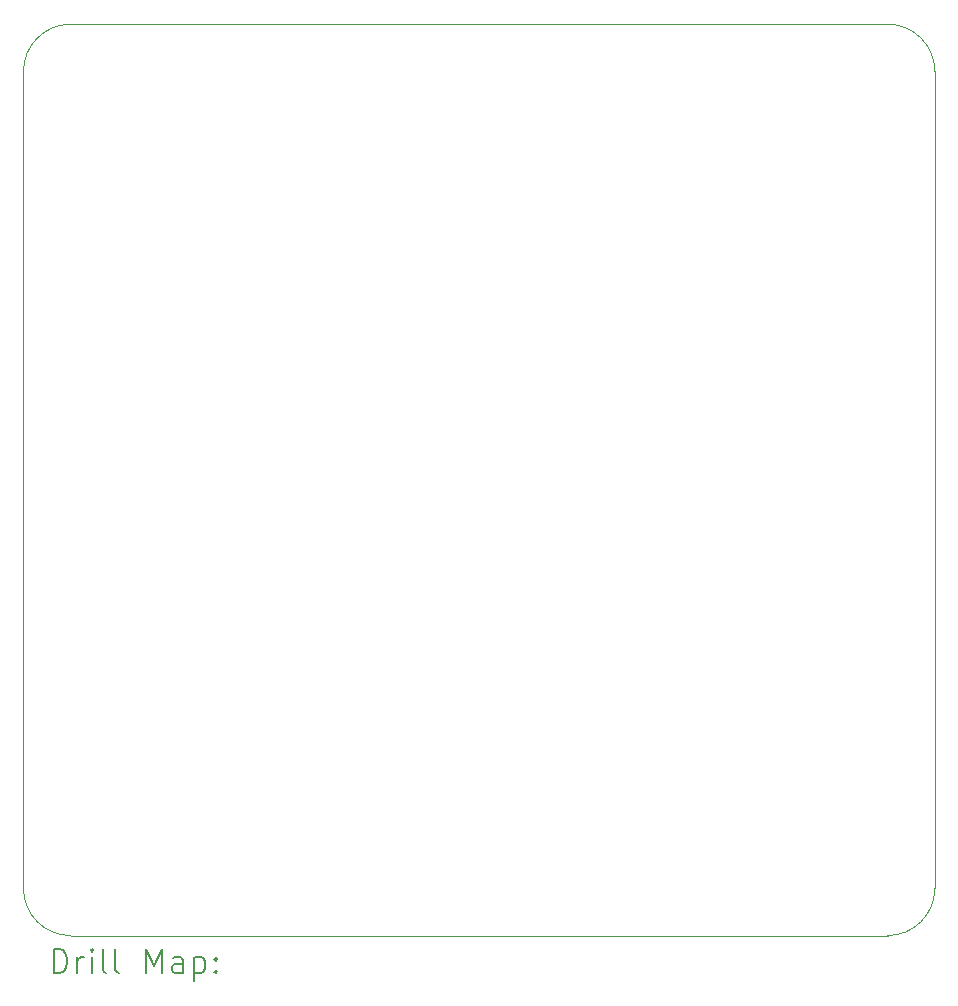
<source format=gbr>
%TF.GenerationSoftware,KiCad,Pcbnew,7.0.8*%
%TF.CreationDate,2023-10-27T20:47:06+03:00*%
%TF.ProjectId,door-lock-pcb,646f6f72-2d6c-46f6-936b-2d7063622e6b,rev?*%
%TF.SameCoordinates,Original*%
%TF.FileFunction,Drillmap*%
%TF.FilePolarity,Positive*%
%FSLAX45Y45*%
G04 Gerber Fmt 4.5, Leading zero omitted, Abs format (unit mm)*
G04 Created by KiCad (PCBNEW 7.0.8) date 2023-10-27 20:47:06*
%MOMM*%
%LPD*%
G01*
G04 APERTURE LIST*
%ADD10C,0.100000*%
%ADD11C,0.200000*%
G04 APERTURE END LIST*
D10*
X12440920Y-13318540D02*
X12440920Y-6402020D01*
X20157440Y-6402020D02*
G75*
G03*
X19757440Y-6002020I-400000J0D01*
G01*
X12840920Y-6002020D02*
X19757440Y-6002020D01*
X19757440Y-13718540D02*
G75*
G03*
X20157440Y-13318540I0J400000D01*
G01*
X19757440Y-13718540D02*
X12840920Y-13718540D01*
X20157440Y-6402020D02*
X20157440Y-13318540D01*
X12840920Y-6002020D02*
G75*
G03*
X12440920Y-6402020I0J-400000D01*
G01*
X12440920Y-13318540D02*
G75*
G03*
X12840920Y-13718540I400000J0D01*
G01*
D11*
X12696697Y-14035024D02*
X12696697Y-13835024D01*
X12696697Y-13835024D02*
X12744316Y-13835024D01*
X12744316Y-13835024D02*
X12772887Y-13844548D01*
X12772887Y-13844548D02*
X12791935Y-13863595D01*
X12791935Y-13863595D02*
X12801459Y-13882643D01*
X12801459Y-13882643D02*
X12810982Y-13920738D01*
X12810982Y-13920738D02*
X12810982Y-13949309D01*
X12810982Y-13949309D02*
X12801459Y-13987405D01*
X12801459Y-13987405D02*
X12791935Y-14006452D01*
X12791935Y-14006452D02*
X12772887Y-14025500D01*
X12772887Y-14025500D02*
X12744316Y-14035024D01*
X12744316Y-14035024D02*
X12696697Y-14035024D01*
X12896697Y-14035024D02*
X12896697Y-13901690D01*
X12896697Y-13939786D02*
X12906221Y-13920738D01*
X12906221Y-13920738D02*
X12915744Y-13911214D01*
X12915744Y-13911214D02*
X12934792Y-13901690D01*
X12934792Y-13901690D02*
X12953840Y-13901690D01*
X13020506Y-14035024D02*
X13020506Y-13901690D01*
X13020506Y-13835024D02*
X13010982Y-13844548D01*
X13010982Y-13844548D02*
X13020506Y-13854071D01*
X13020506Y-13854071D02*
X13030030Y-13844548D01*
X13030030Y-13844548D02*
X13020506Y-13835024D01*
X13020506Y-13835024D02*
X13020506Y-13854071D01*
X13144316Y-14035024D02*
X13125268Y-14025500D01*
X13125268Y-14025500D02*
X13115744Y-14006452D01*
X13115744Y-14006452D02*
X13115744Y-13835024D01*
X13249078Y-14035024D02*
X13230030Y-14025500D01*
X13230030Y-14025500D02*
X13220506Y-14006452D01*
X13220506Y-14006452D02*
X13220506Y-13835024D01*
X13477649Y-14035024D02*
X13477649Y-13835024D01*
X13477649Y-13835024D02*
X13544316Y-13977881D01*
X13544316Y-13977881D02*
X13610982Y-13835024D01*
X13610982Y-13835024D02*
X13610982Y-14035024D01*
X13791935Y-14035024D02*
X13791935Y-13930262D01*
X13791935Y-13930262D02*
X13782411Y-13911214D01*
X13782411Y-13911214D02*
X13763363Y-13901690D01*
X13763363Y-13901690D02*
X13725268Y-13901690D01*
X13725268Y-13901690D02*
X13706221Y-13911214D01*
X13791935Y-14025500D02*
X13772887Y-14035024D01*
X13772887Y-14035024D02*
X13725268Y-14035024D01*
X13725268Y-14035024D02*
X13706221Y-14025500D01*
X13706221Y-14025500D02*
X13696697Y-14006452D01*
X13696697Y-14006452D02*
X13696697Y-13987405D01*
X13696697Y-13987405D02*
X13706221Y-13968357D01*
X13706221Y-13968357D02*
X13725268Y-13958833D01*
X13725268Y-13958833D02*
X13772887Y-13958833D01*
X13772887Y-13958833D02*
X13791935Y-13949309D01*
X13887173Y-13901690D02*
X13887173Y-14101690D01*
X13887173Y-13911214D02*
X13906221Y-13901690D01*
X13906221Y-13901690D02*
X13944316Y-13901690D01*
X13944316Y-13901690D02*
X13963363Y-13911214D01*
X13963363Y-13911214D02*
X13972887Y-13920738D01*
X13972887Y-13920738D02*
X13982411Y-13939786D01*
X13982411Y-13939786D02*
X13982411Y-13996928D01*
X13982411Y-13996928D02*
X13972887Y-14015976D01*
X13972887Y-14015976D02*
X13963363Y-14025500D01*
X13963363Y-14025500D02*
X13944316Y-14035024D01*
X13944316Y-14035024D02*
X13906221Y-14035024D01*
X13906221Y-14035024D02*
X13887173Y-14025500D01*
X14068125Y-14015976D02*
X14077649Y-14025500D01*
X14077649Y-14025500D02*
X14068125Y-14035024D01*
X14068125Y-14035024D02*
X14058602Y-14025500D01*
X14058602Y-14025500D02*
X14068125Y-14015976D01*
X14068125Y-14015976D02*
X14068125Y-14035024D01*
X14068125Y-13911214D02*
X14077649Y-13920738D01*
X14077649Y-13920738D02*
X14068125Y-13930262D01*
X14068125Y-13930262D02*
X14058602Y-13920738D01*
X14058602Y-13920738D02*
X14068125Y-13911214D01*
X14068125Y-13911214D02*
X14068125Y-13930262D01*
M02*

</source>
